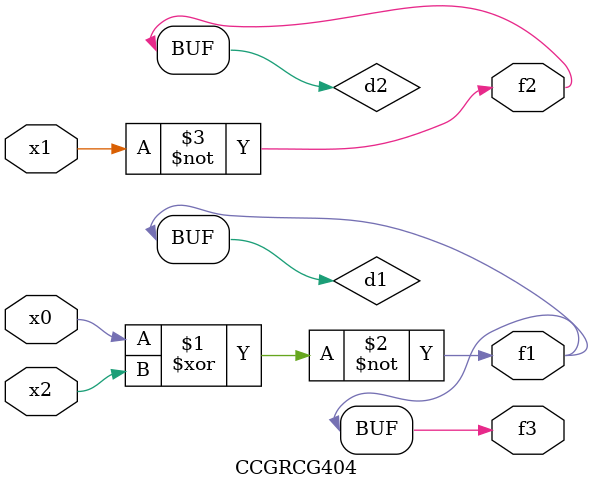
<source format=v>
module CCGRCG404(
	input x0, x1, x2,
	output f1, f2, f3
);

	wire d1, d2, d3;

	xnor (d1, x0, x2);
	nand (d2, x1);
	nor (d3, x1, x2);
	assign f1 = d1;
	assign f2 = d2;
	assign f3 = d1;
endmodule

</source>
